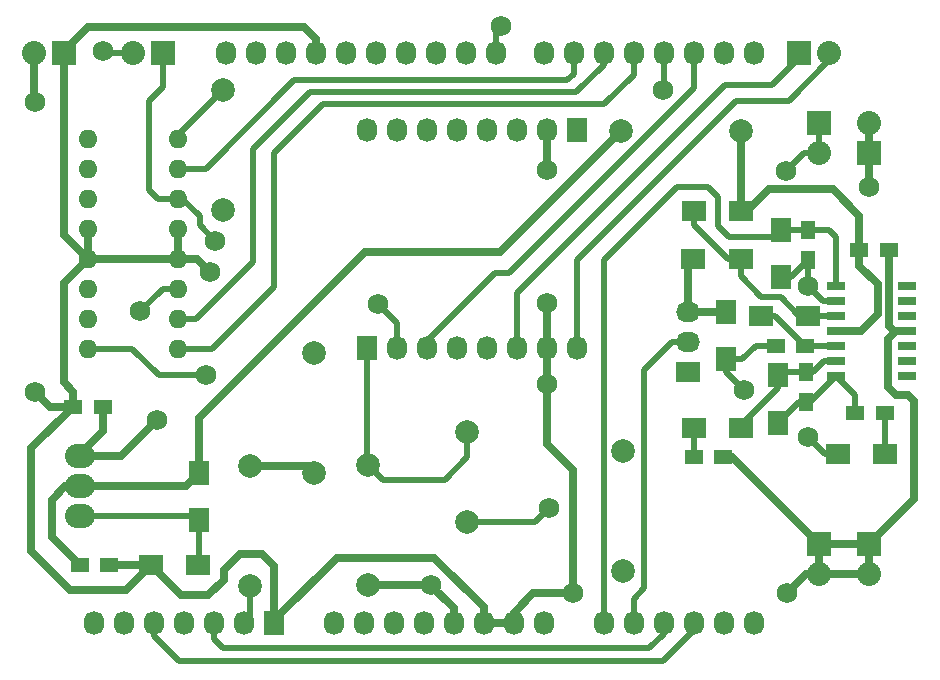
<source format=gbr>
G04 #@! TF.FileFunction,Copper,L2,Bot,Signal*
%FSLAX45Y45*%
G04 Gerber Fmt 4.5, Leading zero omitted, Abs format (unit mm)*
G04 Created by KiCad (PCBNEW 4.0.4-stable) date 10/22/16 14:43:45*
%MOMM*%
%LPD*%
G01*
G04 APERTURE LIST*
%ADD10C,0.100000*%
%ADD11R,1.500000X0.700000*%
%ADD12O,1.727200X2.032000*%
%ADD13R,1.500000X1.250000*%
%ADD14R,1.250000X1.500000*%
%ADD15R,2.032000X2.032000*%
%ADD16O,2.032000X2.032000*%
%ADD17R,1.727200X2.032000*%
%ADD18R,2.032000X1.727200*%
%ADD19O,2.032000X1.727200*%
%ADD20R,1.700000X2.000000*%
%ADD21R,2.000000X1.700000*%
%ADD22C,2.000000*%
%ADD23O,2.540000X2.032000*%
%ADD24C,1.998980*%
%ADD25O,1.600000X1.600000*%
%ADD26C,1.750000*%
%ADD27C,0.700000*%
%ADD28C,0.500000*%
G04 APERTURE END LIST*
D10*
D11*
X18148300Y-10289540D03*
X18148300Y-10162540D03*
X18148300Y-10035540D03*
X18148300Y-9908540D03*
X18148300Y-9781540D03*
X18148300Y-9654540D03*
X18148300Y-9527540D03*
X18752820Y-9527540D03*
X18752820Y-9654540D03*
X18752820Y-9781540D03*
X18752820Y-9908540D03*
X18752820Y-10035540D03*
X18752820Y-10162540D03*
X18752820Y-10289540D03*
D12*
X13893800Y-12382500D03*
X14147800Y-12382500D03*
X14401800Y-12382500D03*
X14655800Y-12382500D03*
X14909800Y-12382500D03*
X15163800Y-12382500D03*
X15417800Y-12382500D03*
X15671800Y-12382500D03*
X16179800Y-12382500D03*
X16433800Y-12382500D03*
X16687800Y-12382500D03*
X16941800Y-12382500D03*
X17195800Y-12382500D03*
X17449800Y-12382500D03*
X12979400Y-7556500D03*
X13233400Y-7556500D03*
X13487400Y-7556500D03*
X13741400Y-7556500D03*
X13995400Y-7556500D03*
X14249400Y-7556500D03*
X14503400Y-7556500D03*
X14757400Y-7556500D03*
X15011400Y-7556500D03*
X15265400Y-7556500D03*
X15671800Y-7556500D03*
X15925800Y-7556500D03*
X16179800Y-7556500D03*
X16433800Y-7556500D03*
X16687800Y-7556500D03*
X16941800Y-7556500D03*
X17195800Y-7556500D03*
X17449800Y-7556500D03*
D13*
X18345880Y-9222740D03*
X18595880Y-9222740D03*
X17639760Y-10035540D03*
X17889760Y-10035540D03*
X16943800Y-10977880D03*
X17193800Y-10977880D03*
D14*
X17891760Y-10255980D03*
X17891760Y-10505980D03*
D13*
X18312860Y-10604500D03*
X18562860Y-10604500D03*
D14*
X17914800Y-9306500D03*
X17914800Y-9056500D03*
D13*
X11941080Y-10551160D03*
X11691080Y-10551160D03*
X11746960Y-11889740D03*
X11996960Y-11889740D03*
D15*
X18425160Y-8404860D03*
D16*
X18425160Y-8150860D03*
D15*
X18003520Y-8150860D03*
D16*
X18003520Y-8404860D03*
D15*
X18003520Y-11711940D03*
D16*
X18003520Y-11965940D03*
D15*
X18425160Y-11711880D03*
D16*
X18425160Y-11965880D03*
D17*
X13390880Y-12382500D03*
D12*
X13136880Y-12382500D03*
X12882880Y-12382500D03*
X12628880Y-12382500D03*
X12374880Y-12382500D03*
X12120880Y-12382500D03*
X11866880Y-12382500D03*
D18*
X16896080Y-10259060D03*
D19*
X16896080Y-10005060D03*
X16896080Y-9751060D03*
D17*
X14178280Y-10055860D03*
D12*
X14432280Y-10055860D03*
X14686280Y-10055860D03*
X14940280Y-10055860D03*
X15194280Y-10055860D03*
X15448280Y-10055860D03*
X15702280Y-10055860D03*
X15956280Y-10055860D03*
D17*
X15956280Y-8204200D03*
D12*
X15702280Y-8204200D03*
X15448280Y-8204200D03*
X15194280Y-8204200D03*
X14940280Y-8204200D03*
X14686280Y-8204200D03*
X14432280Y-8204200D03*
X14178280Y-8204200D03*
D20*
X17218660Y-9749180D03*
X17218660Y-10149180D03*
D21*
X16942460Y-8895080D03*
X17342460Y-8895080D03*
X16939920Y-9301480D03*
X17339920Y-9301480D03*
X16942460Y-10734040D03*
X17342460Y-10734040D03*
X17511420Y-9779000D03*
X17911420Y-9779000D03*
D20*
X17655540Y-10685120D03*
X17655540Y-10285120D03*
D21*
X18164200Y-10947400D03*
X18564200Y-10947400D03*
D20*
X17678400Y-9053220D03*
X17678400Y-9453220D03*
D21*
X12747600Y-11889740D03*
X12347600Y-11889740D03*
D20*
X12750800Y-11113160D03*
X12750800Y-11513160D03*
D22*
X15026640Y-10768076D03*
X15026640Y-11528044D03*
D15*
X17835880Y-7556500D03*
D16*
X18089880Y-7556500D03*
D23*
X11747500Y-11221720D03*
X11747500Y-10967720D03*
X11747500Y-11475720D03*
D15*
X11615420Y-7556500D03*
D16*
X11361420Y-7556500D03*
D24*
X17343120Y-8211820D03*
X16327120Y-8211820D03*
X13189800Y-12069000D03*
X13189800Y-11053000D03*
X14187300Y-11041500D03*
X14187300Y-12057500D03*
X16344900Y-10924540D03*
X16344900Y-11940540D03*
X13731240Y-11107420D03*
X13731240Y-10091420D03*
X12954000Y-8887460D03*
X12954000Y-7871460D03*
D25*
X12578080Y-10058400D03*
X12578080Y-9804400D03*
X12578080Y-9550400D03*
X12578080Y-9296400D03*
X12578080Y-9042400D03*
X12578080Y-8788400D03*
X12578080Y-8534400D03*
X12578080Y-8280400D03*
X11816080Y-8280400D03*
X11816080Y-8534400D03*
X11816080Y-8788400D03*
X11816080Y-9042400D03*
X11816080Y-9296400D03*
X11816080Y-9550400D03*
X11816080Y-9804400D03*
X11816080Y-10058400D03*
D15*
X12447300Y-7556500D03*
D16*
X12193300Y-7556500D03*
D26*
X18427300Y-8689000D03*
X14719800Y-12061500D03*
X12402300Y-10661500D03*
X12849800Y-9406500D03*
X17734800Y-12126500D03*
X15922300Y-12129000D03*
X15702300Y-8541500D03*
X15702300Y-9674000D03*
X15699800Y-10354000D03*
X11362300Y-10424000D03*
X15717300Y-11411500D03*
X17914800Y-9531500D03*
X17909800Y-10804000D03*
X11362300Y-7974000D03*
X11939800Y-7541500D03*
X12257300Y-9741500D03*
X12892300Y-9144000D03*
X12812300Y-10279000D03*
X17724800Y-8554000D03*
X17372300Y-10406500D03*
X14272300Y-9679000D03*
X15312300Y-7329000D03*
X16687300Y-7869000D03*
D27*
X18425160Y-8686860D02*
X18425160Y-8404860D01*
X18427300Y-8689000D02*
X18425160Y-8686860D01*
X13189800Y-11053000D02*
X13676820Y-11053000D01*
X14715800Y-12057500D02*
X14713300Y-12057500D01*
X14719800Y-12061500D02*
X14715800Y-12057500D01*
X14187300Y-12057500D02*
X14713300Y-12057500D01*
X14713300Y-12057500D02*
X14909800Y-12254000D01*
X14909800Y-12254000D02*
X14909800Y-12382500D01*
X18425160Y-8478640D02*
X18425160Y-8404860D01*
X11747500Y-10967720D02*
X12096080Y-10967720D01*
X12096080Y-10967720D02*
X12402300Y-10661500D01*
X11747500Y-10949940D02*
X11941080Y-10756360D01*
X11941080Y-10756360D02*
X11941080Y-10551160D01*
X18425160Y-8404860D02*
X18425160Y-8150860D01*
X15922300Y-12129000D02*
X15922300Y-11086500D01*
X15699800Y-10864000D02*
X15699800Y-10354000D01*
X15922300Y-11086500D02*
X15699800Y-10864000D01*
X15163800Y-12382500D02*
X15417800Y-12382500D01*
X12578080Y-9296400D02*
X12739700Y-9296400D01*
X12739700Y-9296400D02*
X12849800Y-9406500D01*
X11816080Y-9296400D02*
X12578080Y-9296400D01*
X13390880Y-12382500D02*
X13390880Y-11895080D01*
X12604360Y-12146500D02*
X12347600Y-11889740D01*
X12834800Y-12146500D02*
X12604360Y-12146500D01*
X12964800Y-12016500D02*
X12834800Y-12146500D01*
X12964800Y-11934000D02*
X12964800Y-12016500D01*
X13102300Y-11796500D02*
X12964800Y-11934000D01*
X13292300Y-11796500D02*
X13102300Y-11796500D01*
X13390880Y-11895080D02*
X13292300Y-11796500D01*
X15417800Y-12296000D02*
X15584800Y-12129000D01*
X17895360Y-11965940D02*
X18003520Y-11965940D01*
X17734800Y-12126500D02*
X17895360Y-11965940D01*
X15584800Y-12129000D02*
X15922300Y-12129000D01*
X11691080Y-10551160D02*
X11691080Y-10422780D01*
X11612300Y-9500180D02*
X11816080Y-9296400D01*
X11612300Y-10344000D02*
X11612300Y-9500180D01*
X11691080Y-10422780D02*
X11612300Y-10344000D01*
X15702280Y-10055860D02*
X15702280Y-9674020D01*
X15702280Y-8541480D02*
X15702280Y-8204200D01*
X15702300Y-8541500D02*
X15702280Y-8541480D01*
X15702280Y-9674020D02*
X15702300Y-9674000D01*
X15702280Y-10351520D02*
X15702280Y-10055860D01*
X15699800Y-10354000D02*
X15702280Y-10351520D01*
X11691080Y-10551160D02*
X11489460Y-10551160D01*
X11489460Y-10551160D02*
X11362300Y-10424000D01*
X11615420Y-7556500D02*
X11615420Y-7541260D01*
X11615420Y-7541260D02*
X11818620Y-7338060D01*
X13741400Y-7437120D02*
X13741400Y-7556500D01*
X13642340Y-7338060D02*
X13741400Y-7437120D01*
X11818620Y-7338060D02*
X13642340Y-7338060D01*
X18425160Y-11965880D02*
X18425160Y-11711880D01*
X18003520Y-11965940D02*
X18003520Y-11711940D01*
X18003520Y-11711940D02*
X18425100Y-11711940D01*
X18425100Y-11711940D02*
X18425160Y-11711880D01*
X18003520Y-11965940D02*
X18425100Y-11965940D01*
X18425100Y-11965940D02*
X18425160Y-11965880D01*
X13390880Y-12382500D02*
X13390880Y-12357100D01*
X13390880Y-12357100D02*
X13919360Y-11828620D01*
X15163800Y-12247880D02*
X15163800Y-12382500D01*
X14744540Y-11828620D02*
X15163800Y-12247880D01*
X13919360Y-11828620D02*
X14744540Y-11828620D01*
X12347600Y-11889740D02*
X12347600Y-11892940D01*
X12578080Y-9296400D02*
X12578080Y-9042400D01*
X11816080Y-9296400D02*
X11816080Y-9042400D01*
X11691080Y-10551160D02*
X11691080Y-10521220D01*
X11615420Y-7556500D02*
X11615420Y-9095740D01*
X11615420Y-9095740D02*
X11816080Y-9296400D01*
X11691080Y-10551160D02*
X11684000Y-10551160D01*
X11684000Y-10551160D02*
X11336020Y-10899140D01*
X12139320Y-12098020D02*
X12347600Y-11889740D01*
X11336020Y-10899140D02*
X11336020Y-11772900D01*
X11336020Y-11772900D02*
X11661140Y-12098020D01*
X11661140Y-12098020D02*
X12139320Y-12098020D01*
X12347600Y-11889740D02*
X11996960Y-11889740D01*
X18425160Y-11711880D02*
X18425220Y-11711880D01*
X18425220Y-11711880D02*
X18808700Y-11328400D01*
X18587720Y-9974580D02*
X18653760Y-9908540D01*
X18587720Y-10380980D02*
X18587720Y-9974580D01*
X18656300Y-10449560D02*
X18587720Y-10380980D01*
X18757900Y-10449560D02*
X18656300Y-10449560D01*
X18808700Y-10500360D02*
X18757900Y-10449560D01*
X18808700Y-11328400D02*
X18808700Y-10500360D01*
X18595880Y-9222740D02*
X18595880Y-9865900D01*
X18638520Y-9908540D02*
X18653760Y-9908540D01*
X18653760Y-9908540D02*
X18752820Y-9908540D01*
X18595880Y-9865900D02*
X18638520Y-9908540D01*
X17193800Y-10977880D02*
X17269460Y-10977880D01*
X17269460Y-10977880D02*
X18003520Y-11711940D01*
X18425160Y-11711880D02*
X18430300Y-11711880D01*
X16896080Y-9751060D02*
X16896080Y-9345320D01*
X16896080Y-9345320D02*
X16939920Y-9301480D01*
X17218660Y-9749180D02*
X16897960Y-9749180D01*
X16897960Y-9749180D02*
X16896080Y-9751060D01*
D28*
X16896080Y-10005060D02*
X16758920Y-10005060D01*
X16433800Y-12174220D02*
X16433800Y-12382500D01*
X16525240Y-12082780D02*
X16433800Y-12174220D01*
X16525240Y-10238740D02*
X16525240Y-12082780D01*
X16758920Y-10005060D02*
X16525240Y-10238740D01*
X12374880Y-12382500D02*
X12374880Y-12491580D01*
X16941800Y-12444500D02*
X16941800Y-12382500D01*
X16684800Y-12701500D02*
X16941800Y-12444500D01*
X12584800Y-12701500D02*
X16684800Y-12701500D01*
X12374880Y-12491580D02*
X12584800Y-12701500D01*
X12882880Y-12382500D02*
X12882880Y-12519580D01*
X16687800Y-12473500D02*
X16687800Y-12382500D01*
X16567300Y-12594000D02*
X16687800Y-12473500D01*
X12957300Y-12594000D02*
X16567300Y-12594000D01*
X12882880Y-12519580D02*
X12957300Y-12594000D01*
X12882880Y-12382500D02*
X12882880Y-12461240D01*
X15026640Y-11528044D02*
X15600756Y-11528044D01*
X15600756Y-11528044D02*
X15717300Y-11411500D01*
X15030756Y-11528044D02*
X15026640Y-11528044D01*
D27*
X12750800Y-11113160D02*
X12750800Y-10647680D01*
X16327120Y-8214360D02*
X16327120Y-8211820D01*
X15303500Y-9237980D02*
X16327120Y-8214360D01*
X14160500Y-9237980D02*
X15303500Y-9237980D01*
X12750800Y-10647680D02*
X14160500Y-9237980D01*
X11746960Y-11889740D02*
X11746960Y-11889200D01*
X11746960Y-11889200D02*
X11508740Y-11650980D01*
X11508740Y-11650980D02*
X11508740Y-11336020D01*
X11508740Y-11336020D02*
X11623040Y-11221720D01*
X11623040Y-11221720D02*
X11747500Y-11221720D01*
X11747500Y-11221720D02*
X12642240Y-11221720D01*
X12642240Y-11221720D02*
X12750800Y-11113160D01*
D28*
X17889760Y-10035540D02*
X17884140Y-10035540D01*
X17884140Y-10035540D02*
X17627600Y-9779000D01*
X17627600Y-9779000D02*
X17511420Y-9779000D01*
X17889760Y-10035540D02*
X18148300Y-10035540D01*
X16942460Y-10734040D02*
X16942460Y-10976540D01*
X16942460Y-10976540D02*
X16943800Y-10977880D01*
X17342460Y-10734040D02*
X17342460Y-10706760D01*
X17342460Y-10706760D02*
X17655540Y-10393680D01*
X17655540Y-10393680D02*
X17655540Y-10285120D01*
X17891760Y-10255980D02*
X17684680Y-10255980D01*
X17684680Y-10255980D02*
X17655540Y-10285120D01*
X17891760Y-10255980D02*
X17953260Y-10255980D01*
X17953260Y-10255980D02*
X18046700Y-10162540D01*
X18046700Y-10162540D02*
X18148300Y-10162540D01*
X18312860Y-10604500D02*
X18312860Y-10454100D01*
X18312860Y-10454100D02*
X18148300Y-10289540D01*
X17891760Y-10505980D02*
X17834680Y-10505980D01*
X17834680Y-10505980D02*
X17655540Y-10685120D01*
X17891760Y-10505980D02*
X17931860Y-10505980D01*
X17931860Y-10505980D02*
X18148300Y-10289540D01*
X18122900Y-10289540D02*
X18148300Y-10289540D01*
X18564200Y-10947400D02*
X18564200Y-10605840D01*
X18564200Y-10605840D02*
X18562860Y-10604500D01*
X18148300Y-9654540D02*
X18037840Y-9654540D01*
X18037840Y-9654540D02*
X17914800Y-9531500D01*
X17678400Y-9453220D02*
X17768080Y-9453220D01*
X17768080Y-9453220D02*
X17914800Y-9306500D01*
X17914800Y-9306500D02*
X17914800Y-9531500D01*
X17909800Y-10804000D02*
X18053200Y-10947400D01*
X18053200Y-10947400D02*
X18164200Y-10947400D01*
X17725460Y-9406160D02*
X17678400Y-9453220D01*
X15448280Y-10055860D02*
X15448280Y-9583420D01*
X17835880Y-7599680D02*
X17835880Y-7556500D01*
X17609820Y-7825740D02*
X17835880Y-7599680D01*
X17205960Y-7825740D02*
X17609820Y-7825740D01*
X15448280Y-9583420D02*
X17205960Y-7825740D01*
X15956280Y-10055860D02*
X15956280Y-9306560D01*
X17746980Y-7960360D02*
X18089880Y-7617460D01*
X17302480Y-7960360D02*
X17746980Y-7960360D01*
X15956280Y-9306560D02*
X17302480Y-7960360D01*
X18089880Y-7617460D02*
X18089880Y-7556500D01*
X17339920Y-9301480D02*
X17231360Y-9301480D01*
X16942460Y-9012580D02*
X16942460Y-8895080D01*
X17231360Y-9301480D02*
X16942460Y-9012580D01*
X17339920Y-9301480D02*
X17339920Y-9292540D01*
X17911420Y-9779000D02*
X17838420Y-9779000D01*
X17838420Y-9779000D02*
X17680940Y-9621520D01*
X17339920Y-9445600D02*
X17339920Y-9301480D01*
X17515840Y-9621520D02*
X17339920Y-9445600D01*
X17680940Y-9621520D02*
X17515840Y-9621520D01*
X17911420Y-9779000D02*
X18145760Y-9779000D01*
X18145760Y-9779000D02*
X18148300Y-9781540D01*
X11747500Y-11475720D02*
X12713360Y-11475720D01*
X12713360Y-11475720D02*
X12750800Y-11513160D01*
X12750800Y-11513160D02*
X12750800Y-11886540D01*
X12750800Y-11886540D02*
X12747600Y-11889740D01*
D27*
X17342460Y-8895080D02*
X17396220Y-8895080D01*
X17396220Y-8895080D02*
X17584800Y-8706500D01*
X18345880Y-8932580D02*
X18345880Y-9222740D01*
X18119800Y-8706500D02*
X18345880Y-8932580D01*
X17584800Y-8706500D02*
X18119800Y-8706500D01*
X17343120Y-8211820D02*
X17343120Y-8894420D01*
X17343120Y-8894420D02*
X17342460Y-8895080D01*
X17342460Y-8895080D02*
X17342460Y-8893200D01*
X18345880Y-9222740D02*
X18345880Y-9356820D01*
X18359120Y-9908540D02*
X18148300Y-9908540D01*
X18501360Y-9766300D02*
X18359120Y-9908540D01*
X18501360Y-9512300D02*
X18501360Y-9766300D01*
X18345880Y-9356820D02*
X18501360Y-9512300D01*
X17342460Y-8895080D02*
X17348200Y-8895080D01*
X11362300Y-7974000D02*
X11361420Y-7973120D01*
X11361420Y-7973120D02*
X11361420Y-7556500D01*
D28*
X11954800Y-7556500D02*
X12193300Y-7556500D01*
X11939800Y-7541500D02*
X11954800Y-7556500D01*
X12448400Y-9550400D02*
X12578080Y-9550400D01*
X12257300Y-9741500D02*
X12448400Y-9550400D01*
X12578080Y-8788400D02*
X12611700Y-8788400D01*
X12611700Y-8788400D02*
X12759800Y-8936500D01*
X12759800Y-9011500D02*
X12892300Y-9144000D01*
X12759800Y-8936500D02*
X12759800Y-9011500D01*
X12447300Y-7556500D02*
X12447300Y-7844000D01*
X12409200Y-8788400D02*
X12578080Y-8788400D01*
X12332300Y-8711500D02*
X12409200Y-8788400D01*
X12332300Y-7959000D02*
X12332300Y-8711500D01*
X12447300Y-7844000D02*
X12332300Y-7959000D01*
X12578080Y-8534400D02*
X12814300Y-8534400D01*
X15925800Y-7729220D02*
X15925800Y-7556500D01*
X15867380Y-7787640D02*
X15925800Y-7729220D01*
X13561060Y-7787640D02*
X15867380Y-7787640D01*
X12814300Y-8534400D02*
X13561060Y-7787640D01*
X12578080Y-9804400D02*
X12733020Y-9804400D01*
X15946120Y-7886700D02*
X16179800Y-7653020D01*
X13693140Y-7886700D02*
X15946120Y-7886700D01*
X13213080Y-8366760D02*
X13693140Y-7886700D01*
X13213080Y-9324340D02*
X13213080Y-8366760D01*
X12733020Y-9804400D02*
X13213080Y-9324340D01*
X16179800Y-7653020D02*
X16179800Y-7556500D01*
X12578080Y-10058400D02*
X12862560Y-10058400D01*
X16433800Y-7739380D02*
X16433800Y-7556500D01*
X16184880Y-7988300D02*
X16433800Y-7739380D01*
X13804900Y-7988300D02*
X16184880Y-7988300D01*
X13388340Y-8404860D02*
X13804900Y-7988300D01*
X13388340Y-9532620D02*
X13388340Y-8404860D01*
X12862560Y-10058400D02*
X13388340Y-9532620D01*
X13189800Y-12069000D02*
X13189800Y-12329580D01*
X13189800Y-12329580D02*
X13136880Y-12382500D01*
X14178280Y-10055860D02*
X14178280Y-11032480D01*
X14178280Y-11032480D02*
X14312300Y-11166500D01*
X14312300Y-11166500D02*
X14839800Y-11166500D01*
X14839800Y-11166500D02*
X15026640Y-10979660D01*
X15026640Y-10979660D02*
X15026640Y-10768076D01*
X11816080Y-10058400D02*
X12191700Y-10058400D01*
X12412300Y-10279000D02*
X12812300Y-10279000D01*
X12191700Y-10058400D02*
X12412300Y-10279000D01*
X12578080Y-8280400D02*
X12578080Y-8247380D01*
X12578080Y-8247380D02*
X12954000Y-7871460D01*
X17218660Y-10149180D02*
X17218660Y-10252860D01*
X17873940Y-8404860D02*
X18003520Y-8404860D01*
X17724800Y-8554000D02*
X17873940Y-8404860D01*
X17218660Y-10252860D02*
X17372300Y-10406500D01*
X18003520Y-8404860D02*
X18003520Y-8150860D01*
X17218660Y-10149180D02*
X17218660Y-10218420D01*
X17218660Y-10149180D02*
X17353940Y-10149180D01*
X17467580Y-10035540D02*
X17639760Y-10035540D01*
X17353940Y-10149180D02*
X17467580Y-10035540D01*
X18148300Y-9527540D02*
X18148300Y-9115000D01*
X18089800Y-9056500D02*
X17914800Y-9056500D01*
X18148300Y-9115000D02*
X18089800Y-9056500D01*
X17678400Y-9053220D02*
X17911520Y-9053220D01*
X17911520Y-9053220D02*
X17914800Y-9056500D01*
X16179800Y-12382500D02*
X16179800Y-9309100D01*
X16179800Y-9309100D02*
X16802100Y-8686800D01*
X16802100Y-8686800D02*
X17061180Y-8686800D01*
X17061180Y-8686800D02*
X17150080Y-8775700D01*
X17150080Y-8775700D02*
X17150080Y-9019540D01*
X17150080Y-9019540D02*
X17241520Y-9110980D01*
X17241520Y-9110980D02*
X17620640Y-9110980D01*
X17620640Y-9110980D02*
X17678400Y-9053220D01*
X15265400Y-7556500D02*
X15265400Y-7375900D01*
X14432280Y-9838980D02*
X14432280Y-10055860D01*
X14272300Y-9679000D02*
X14432280Y-9838980D01*
X15265400Y-7375900D02*
X15312300Y-7329000D01*
X16687800Y-7868500D02*
X16687800Y-7556500D01*
X16687300Y-7869000D02*
X16687800Y-7868500D01*
X14686280Y-10055860D02*
X14686280Y-9989820D01*
X14686280Y-9989820D02*
X15260320Y-9415780D01*
X15260320Y-9415780D02*
X15379700Y-9415780D01*
X15379700Y-9415780D02*
X16941800Y-7853680D01*
X16941800Y-7853680D02*
X16941800Y-7556500D01*
M02*

</source>
